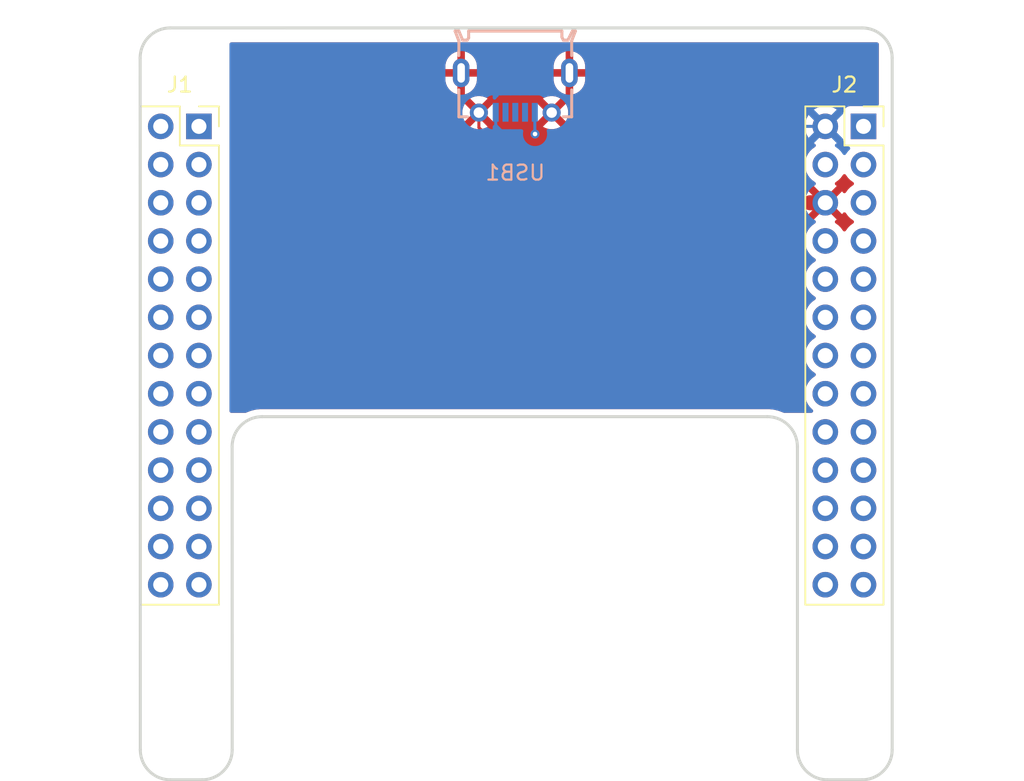
<source format=kicad_pcb>
(kicad_pcb (version 20241229) (generator "pcbnew") (generator_version "9.0")
  (layers (0 "F.Cu" signal) (2 "B.Cu" signal) (13 "F.Paste" user) (15 "B.Paste" user) (5 "F.SilkS" user "F.Silkscreen") (7 "B.SilkS" user "B.Silkscreen") (1 "F.Mask" user) (3 "B.Mask" user) (25 "Edge.Cuts" user))
  (net 0 "")
  (net 53 "Net-(J2-Pin_2)")
  (net 54 "Net-(J2-Pin_6)")
  (footprint "Connector_PinSocket_2.54mm:PinSocket_2x13_P2.54mm_Vertical" (layer "F.Cu") (at 64.008 66.548)
    (property "Reference" "J1" (at -1.27 -2.77 0) (layer "F.SilkS"))
    (property "Value" "Conn_02x13_Counter_Clockwise")
    (fp_line (start -3.87 -1.33) (end -3.87 31.81) (stroke (width 0.12)) (layer "F.SilkS"))
    (fp_line (start -3.87 -1.33) (end -1.27 -1.33) (stroke (width 0.12)) (layer "F.SilkS"))
    (fp_line (start -3.87 31.81) (end 1.33 31.81) (stroke (width 0.12)) (layer "F.SilkS"))
    (fp_line (start -1.27 -1.33) (end -1.27 1.27) (stroke (width 0.12)) (layer "F.SilkS"))
    (fp_line (start -1.27 1.27) (end 1.33 1.27) (stroke (width 0.12)) (layer "F.SilkS"))
    (fp_line (start 0 -1.33) (end 1.33 -1.33) (stroke (width 0.12)) (layer "F.SilkS"))
    (fp_line (start 1.33 -1.33) (end 1.33 0) (stroke (width 0.12)) (layer "F.SilkS"))
    (fp_line (start 1.33 1.27) (end 1.33 31.81) (stroke (width 0.12)) (layer "F.SilkS"))
    (pad "1" thru_hole rect (at 0 0) (size 1.7 1.7) (drill 1) (layers "*.Cu" "*.Mask"))
    (pad "2" thru_hole circle (at -2.54 0) (size 1.7 1.7) (drill 1) (layers "*.Cu" "*.Mask"))
    (pad "3" thru_hole circle (at 0 2.54) (size 1.7 1.7) (drill 1) (layers "*.Cu" "*.Mask"))
    (pad "4" thru_hole circle (at -2.54 2.54) (size 1.7 1.7) (drill 1) (layers "*.Cu" "*.Mask"))
    (pad "5" thru_hole circle (at 0 5.08) (size 1.7 1.7) (drill 1) (layers "*.Cu" "*.Mask"))
    (pad "6" thru_hole circle (at -2.54 5.08) (size 1.7 1.7) (drill 1) (layers "*.Cu" "*.Mask"))
    (pad "7" thru_hole circle (at 0 7.62) (size 1.7 1.7) (drill 1) (layers "*.Cu" "*.Mask"))
    (pad "8" thru_hole circle (at -2.54 7.62) (size 1.7 1.7) (drill 1) (layers "*.Cu" "*.Mask"))
    (pad "9" thru_hole circle (at 0 10.16) (size 1.7 1.7) (drill 1) (layers "*.Cu" "*.Mask"))
    (pad "10" thru_hole circle (at -2.54 10.16) (size 1.7 1.7) (drill 1) (layers "*.Cu" "*.Mask"))
    (pad "11" thru_hole circle (at 0 12.7) (size 1.7 1.7) (drill 1) (layers "*.Cu" "*.Mask"))
    (pad "12" thru_hole circle (at -2.54 12.7) (size 1.7 1.7) (drill 1) (layers "*.Cu" "*.Mask"))
    (pad "13" thru_hole circle (at 0 15.24) (size 1.7 1.7) (drill 1) (layers "*.Cu" "*.Mask"))
    (pad "14" thru_hole circle (at -2.54 15.24) (size 1.7 1.7) (drill 1) (layers "*.Cu" "*.Mask"))
    (pad "15" thru_hole circle (at 0 17.78) (size 1.7 1.7) (drill 1) (layers "*.Cu" "*.Mask"))
    (pad "16" thru_hole circle (at -2.54 17.78) (size 1.7 1.7) (drill 1) (layers "*.Cu" "*.Mask"))
    (pad "17" thru_hole circle (at 0 20.32) (size 1.7 1.7) (drill 1) (layers "*.Cu" "*.Mask"))
    (pad "18" thru_hole circle (at -2.54 20.32) (size 1.7 1.7) (drill 1) (layers "*.Cu" "*.Mask"))
    (pad "19" thru_hole circle (at 0 22.86) (size 1.7 1.7) (drill 1) (layers "*.Cu" "*.Mask"))
    (pad "20" thru_hole circle (at -2.54 22.86) (size 1.7 1.7) (drill 1) (layers "*.Cu" "*.Mask"))
    (pad "21" thru_hole circle (at 0 25.4) (size 1.7 1.7) (drill 1) (layers "*.Cu" "*.Mask"))
    (pad "22" thru_hole circle (at -2.54 25.4) (size 1.7 1.7) (drill 1) (layers "*.Cu" "*.Mask"))
    (pad "23" thru_hole circle (at 0 27.94) (size 1.7 1.7) (drill 1) (layers "*.Cu" "*.Mask"))
    (pad "24" thru_hole circle (at -2.54 27.94) (size 1.7 1.7) (drill 1) (layers "*.Cu" "*.Mask"))
    (pad "25" thru_hole circle (at 0 30.48) (size 1.7 1.7) (drill 1) (layers "*.Cu" "*.Mask"))
    (pad "26" thru_hole circle (at -2.54 30.48) (size 1.7 1.7) (drill 1) (layers "*.Cu" "*.Mask"))
  )
  (footprint "Connector_PinSocket_2.54mm:PinSocket_2x13_P2.54mm_Vertical" (layer "F.Cu") (at 108.204 66.548)
    (property "Reference" "J2" (at -1.27 -2.77 0) (layer "F.SilkS"))
    (property "Value" "Conn_02x13_Counter_Clockwise")
    (fp_line (start -3.87 -1.33) (end -3.87 31.81) (stroke (width 0.12)) (layer "F.SilkS"))
    (fp_line (start -3.87 -1.33) (end -1.27 -1.33) (stroke (width 0.12)) (layer "F.SilkS"))
    (fp_line (start -3.87 31.81) (end 1.33 31.81) (stroke (width 0.12)) (layer "F.SilkS"))
    (fp_line (start -1.27 -1.33) (end -1.27 1.27) (stroke (width 0.12)) (layer "F.SilkS"))
    (fp_line (start -1.27 1.27) (end 1.33 1.27) (stroke (width 0.12)) (layer "F.SilkS"))
    (fp_line (start 0 -1.33) (end 1.33 -1.33) (stroke (width 0.12)) (layer "F.SilkS"))
    (fp_line (start 1.33 -1.33) (end 1.33 0) (stroke (width 0.12)) (layer "F.SilkS"))
    (fp_line (start 1.33 1.27) (end 1.33 31.81) (stroke (width 0.12)) (layer "F.SilkS"))
    (pad "1" thru_hole rect (at 0 0) (size 1.7 1.7) (drill 1) (layers "*.Cu" "*.Mask"))
    (pad "2" thru_hole circle (at -2.54 0) (size 1.7 1.7) (drill 1) (layers "*.Cu" "*.Mask") (net 53 "Net-(J2-Pin_2)"))
    (pad "3" thru_hole circle (at 0 2.54) (size 1.7 1.7) (drill 1) (layers "*.Cu" "*.Mask"))
    (pad "4" thru_hole circle (at -2.54 2.54) (size 1.7 1.7) (drill 1) (layers "*.Cu" "*.Mask"))
    (pad "5" thru_hole circle (at 0 5.08) (size 1.7 1.7) (drill 1) (layers "*.Cu" "*.Mask"))
    (pad "6" thru_hole circle (at -2.54 5.08) (size 1.7 1.7) (drill 1) (layers "*.Cu" "*.Mask") (net 54 "Net-(J2-Pin_6)"))
    (pad "7" thru_hole circle (at 0 7.62) (size 1.7 1.7) (drill 1) (layers "*.Cu" "*.Mask"))
    (pad "8" thru_hole circle (at -2.54 7.62) (size 1.7 1.7) (drill 1) (layers "*.Cu" "*.Mask"))
    (pad "9" thru_hole circle (at 0 10.16) (size 1.7 1.7) (drill 1) (layers "*.Cu" "*.Mask"))
    (pad "10" thru_hole circle (at -2.54 10.16) (size 1.7 1.7) (drill 1) (layers "*.Cu" "*.Mask"))
    (pad "11" thru_hole circle (at 0 12.7) (size 1.7 1.7) (drill 1) (layers "*.Cu" "*.Mask"))
    (pad "12" thru_hole circle (at -2.54 12.7) (size 1.7 1.7) (drill 1) (layers "*.Cu" "*.Mask"))
    (pad "13" thru_hole circle (at 0 15.24) (size 1.7 1.7) (drill 1) (layers "*.Cu" "*.Mask"))
    (pad "14" thru_hole circle (at -2.54 15.24) (size 1.7 1.7) (drill 1) (layers "*.Cu" "*.Mask"))
    (pad "15" thru_hole circle (at 0 17.78) (size 1.7 1.7) (drill 1) (layers "*.Cu" "*.Mask"))
    (pad "16" thru_hole circle (at -2.54 17.78) (size 1.7 1.7) (drill 1) (layers "*.Cu" "*.Mask"))
    (pad "17" thru_hole circle (at 0 20.32) (size 1.7 1.7) (drill 1) (layers "*.Cu" "*.Mask"))
    (pad "18" thru_hole circle (at -2.54 20.32) (size 1.7 1.7) (drill 1) (layers "*.Cu" "*.Mask"))
    (pad "19" thru_hole circle (at 0 22.86) (size 1.7 1.7) (drill 1) (layers "*.Cu" "*.Mask"))
    (pad "20" thru_hole circle (at -2.54 22.86) (size 1.7 1.7) (drill 1) (layers "*.Cu" "*.Mask"))
    (pad "21" thru_hole circle (at 0 25.4) (size 1.7 1.7) (drill 1) (layers "*.Cu" "*.Mask"))
    (pad "22" thru_hole circle (at -2.54 25.4) (size 1.7 1.7) (drill 1) (layers "*.Cu" "*.Mask"))
    (pad "23" thru_hole circle (at 0 27.94) (size 1.7 1.7) (drill 1) (layers "*.Cu" "*.Mask"))
    (pad "24" thru_hole circle (at -2.54 27.94) (size 1.7 1.7) (drill 1) (layers "*.Cu" "*.Mask"))
    (pad "25" thru_hole circle (at 0 30.48) (size 1.7 1.7) (drill 1) (layers "*.Cu" "*.Mask"))
    (pad "26" thru_hole circle (at -2.54 30.48) (size 1.7 1.7) (drill 1) (layers "*.Cu" "*.Mask"))
  )
  (footprint "easyeda2kicad:MICRO-USB-SMD_5P-P0.65-H-F_C10418" (layer "B.Cu") (at 85.046 64.312)
    (property "Reference" "USB1" (at 0 5.32 0) (layer "B.SilkS") (effects (justify mirror)))
    (property "Value" "micro USBFemale")
    (fp_line (start -4 -4.1) (end -3.75 -4.1) (stroke (width 0.2)) (layer "B.SilkS"))
    (fp_line (start -3.75 -4.1) (end -3.5 -3.5) (stroke (width 0.2)) (layer "B.SilkS"))
    (fp_line (start -3.75 -3.45) (end -4 -4.1) (stroke (width 0.2)) (layer "B.SilkS"))
    (fp_line (start -3.75 -2.47) (end -3.75 -3.45) (stroke (width 0.2)) (layer "B.SilkS"))
    (fp_line (start -3.75 1.6) (end -3.75 -0.19) (stroke (width 0.2)) (layer "B.SilkS"))
    (fp_line (start -3.5 -3.5) (end -3.2 -3.5) (stroke (width 0.2)) (layer "B.SilkS"))
    (fp_line (start -3.2 -3.5) (end -3.1 -3.65) (stroke (width 0.2)) (layer "B.SilkS"))
    (fp_line (start -3.18 1.6) (end -3.75 1.6) (stroke (width 0.2)) (layer "B.SilkS"))
    (fp_line (start -3.1 -4.1) (end 3.1 -4.1) (stroke (width 0.2)) (layer "B.SilkS"))
    (fp_line (start -3.1 -3.65) (end -3.1 -4.1) (stroke (width 0.2)) (layer "B.SilkS"))
    (fp_line (start 3.1 -4.1) (end 3.1 -3.7) (stroke (width 0.2)) (layer "B.SilkS"))
    (fp_line (start 3.1 -3.7) (end 3.2 -3.5) (stroke (width 0.2)) (layer "B.SilkS"))
    (fp_line (start 3.18 1.6) (end 3.75 1.6) (stroke (width 0.2)) (layer "B.SilkS"))
    (fp_line (start 3.2 -3.5) (end 3.5 -3.5) (stroke (width 0.2)) (layer "B.SilkS"))
    (fp_line (start 3.5 -3.5) (end 3.8 -4.1) (stroke (width 0.2)) (layer "B.SilkS"))
    (fp_line (start 3.75 -2.47) (end 3.75 -3.45) (stroke (width 0.2)) (layer "B.SilkS"))
    (fp_line (start 3.75 1.6) (end 3.75 -0.19) (stroke (width 0.2)) (layer "B.SilkS"))
    (fp_line (start 3.8 -4.1) (end 4 -4.1) (stroke (width 0.2)) (layer "B.SilkS"))
    (fp_line (start 4 -4.1) (end 3.75 -3.45) (stroke (width 0.2)) (layer "B.SilkS"))
    (pad "1" smd rect (at -1.3 1.3 90) (size 1.25 0.4) (layers "B.Cu" "B.Mask" "B.Paste") (net 53 "Net-(J2-Pin_2)"))
    (pad "2" smd rect (at -0.65 1.3 90) (size 1.25 0.4) (layers "B.Cu" "B.Mask" "B.Paste"))
    (pad "3" smd rect (at 0 1.3 90) (size 1.25 0.4) (layers "B.Cu" "B.Mask" "B.Paste"))
    (pad "4" smd rect (at 0.65 1.3 90) (size 1.25 0.4) (layers "B.Cu" "B.Mask" "B.Paste"))
    (pad "5" smd rect (at 1.3 1.3 90) (size 1.25 0.4) (layers "B.Cu" "B.Mask" "B.Paste") (net 54 "Net-(J2-Pin_6)"))
    (pad "SH0" thru_hole circle (at -2.42 1.32) (size 1.2 1.2) (drill 0.700024) (layers "*.Cu" "*.Mask") (net 54 "Net-(J2-Pin_6)"))
    (pad "SH1" thru_hole oval (at -3.6 -1.32) (size 1.1 1.9) (drill oval 0.500024 1.299997) (layers "*.Cu" "*.Mask") (net 54 "Net-(J2-Pin_6)"))
    (pad "SH2" thru_hole oval (at 3.6 -1.32) (size 1.1 1.9) (drill oval 0.500024 1.299997) (layers "*.Cu" "*.Mask") (net 54 "Net-(J2-Pin_6)"))
    (pad "SH3" thru_hole circle (at 2.42 1.32) (size 1.2 1.2) (drill 0.700024) (layers "*.Cu" "*.Mask") (net 54 "Net-(J2-Pin_6)"))
  )
  (gr_line (start 62.1 60) (end 108.11 60.000226) (stroke (width 0.2)) (layer "Edge.Cuts"))
  (gr_arc (start 105.808214 110) (mid 104.394 109.414214) (end 103.808214 108) (stroke (width 0.2)) (layer "Edge.Cuts"))
  (gr_line (start 101.808214 85.852) (end 68.216214 85.852) (stroke (width 0.2)) (layer "Edge.Cuts"))
  (gr_line (start 110.11 62) (end 110.11 108) (stroke (width 0.2)) (layer "Edge.Cuts"))
  (gr_line (start 60.11 108) (end 60.1 62.000435) (stroke (width 0.2)) (layer "Edge.Cuts"))
  (gr_arc (start 110.11 108) (mid 109.524214 109.414214) (end 108.11 110) (stroke (width 0.2)) (layer "Edge.Cuts"))
  (gr_arc (start 62.11 110) (mid 60.695786 109.414214) (end 60.11 108) (stroke (width 0.2)) (layer "Edge.Cuts"))
  (gr_arc (start 101.808214 85.852) (mid 103.222428 86.437786) (end 103.808214 87.852) (stroke (width 0.2)) (layer "Edge.Cuts"))
  (gr_line (start 64.220594 110) (end 62.11 110) (stroke (width 0.2)) (layer "Edge.Cuts"))
  (gr_line (start 103.808214 87.852) (end 103.808214 107.992517) (stroke (width 0.2)) (layer "Edge.Cuts"))
  (gr_arc (start 108.11 60) (mid 109.524214 60.585786) (end 110.11 62) (stroke (width 0.2)) (layer "Edge.Cuts"))
  (gr_arc (start 66.220594 108) (mid 65.634808 109.414214) (end 64.220594 110) (stroke (width 0.2)) (layer "Edge.Cuts"))
  (gr_arc (start 60.1 62) (mid 60.685786 60.585786) (end 62.1 60) (stroke (width 0.2)) (layer "Edge.Cuts"))
  (gr_line (start 108.11 110) (end 105.808214 110) (stroke (width 0.2)) (layer "Edge.Cuts"))
  (gr_arc (start 66.216214 87.852) (mid 66.802 86.437786) (end 68.216214 85.852) (stroke (width 0.2)) (layer "Edge.Cuts"))
  (gr_line (start 66.220594 108) (end 66.216214 87.852) (stroke (width 0.2)) (layer "Edge.Cuts"))
  (segment (start 83.746 65.612) (end 83.746 66.474) (width 0.2) (layer "B.Cu") (net 53))
  (segment (start 101.854 68.072) (end 103.378 66.548) (width 0.2) (layer "B.Cu") (net 53))
  (segment (start 85.344 68.072) (end 101.854 68.072) (width 0.2) (layer "B.Cu") (net 53))
  (segment (start 83.746 66.474) (end 85.344 68.072) (width 0.2) (layer "B.Cu") (net 53))
  (segment (start 103.378 66.548) (end 105.664 66.548) (width 0.2) (layer "B.Cu") (net 53))
  (segment (start 104.648 71.628) (end 105.664 71.628) (width 1) (layer "F.Cu") (net 54))
  (segment (start 82.626 65.632) (end 82.626 66.624) (width 0.2) (layer "F.Cu") (net 54))
  (segment (start 86.36 67.056) (end 90.932 71.628) (width 0.2) (layer "F.Cu") (net 54))
  (segment (start 82.626 66.624) (end 83.058 67.056) (width 0.2) (layer "F.Cu") (net 54))
  (segment (start 90.932 71.628) (end 104.648 71.628) (width 0.2) (layer "F.Cu") (net 54))
  (segment (start 83.058 67.056) (end 86.36 67.056) (width 0.2) (layer "F.Cu") (net 54))
  (via (at 86.36 67.056) (size 0.6) (drill 0.3) (layers "F.Cu" "B.Cu") (net 54))
  (segment (start 86.346 65.612) (end 86.346 67.042) (width 0.2) (layer "B.Cu") (net 54))
  (segment (start 86.346 67.042) (end 86.36 67.056) (width 0.2) (layer "B.Cu") (net 54))
  (zone (net 54) (net_name "Net-(J2-Pin_6)") (layer "F.Cu") (connect_pads (clearance 0.5)) (min_thickness 0.25) (fill yes (thermal_gap 0.5) (thermal_bridge_width 0.5))
    (polygon (pts (xy 109.22 60.96) (xy 109.22 85.598) (xy 66.04 85.598) (xy 66.04 60.96)))
  )
  (zone (net 53) (net_name "Net-(J2-Pin_2)") (layer "B.Cu") (priority 1) (connect_pads (clearance 0.5)) (min_thickness 0.25) (fill yes (thermal_gap 0.5) (thermal_bridge_width 0.5))
    (polygon (pts (xy 66.04 60.96) (xy 109.22 60.96) (xy 109.22 85.598) (xy 66.04 85.598)))
  )
)
</source>
